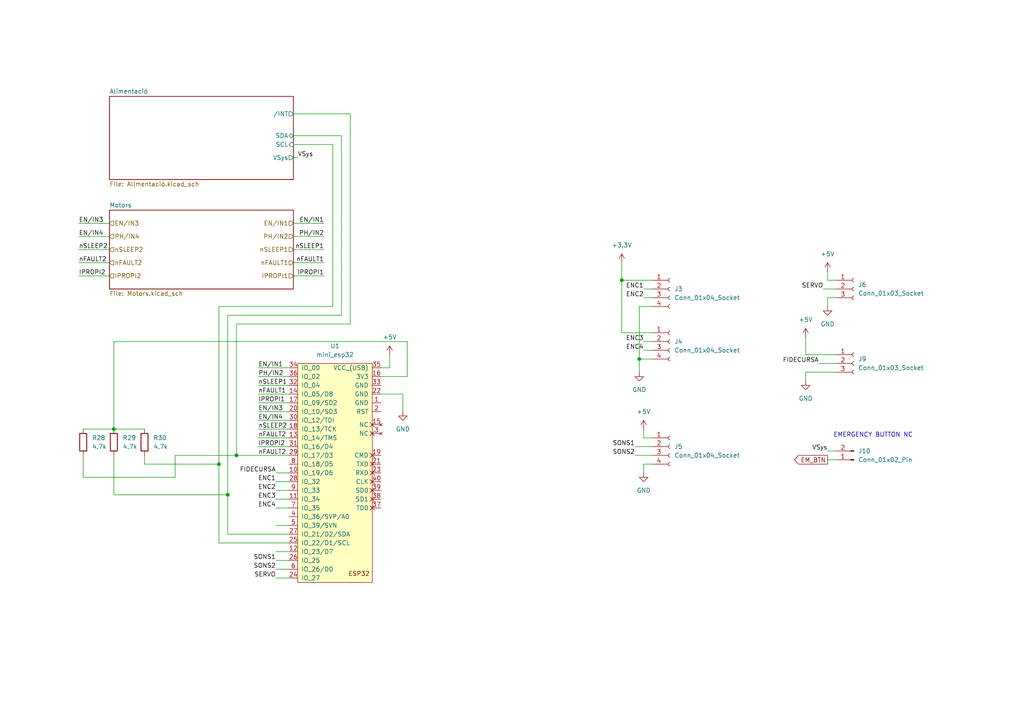
<source format=kicad_sch>
(kicad_sch (version 20231120) (generator "eeschema") (generator_version "8.0")
  (paper "A4")
  (lib_symbols
    (symbol "Connector:Conn_01x02_Pin" (pin_names (offset 1.016) hide)
      (property "Reference" "J" (at 0 2.54 0))
      (property "Value" "Conn_01x02_Pin" (at 0 -5.08 0))
      (symbol "Conn_01x02_Pin_1_1"
        (polyline (pts (xy 1.27 -2.54) (xy 0.8636 -2.54)) (stroke (width 0.1524)))
        (polyline (pts (xy 1.27 0) (xy 0.8636 0)) (stroke (width 0.1524)))
        (rectangle (start 0.8636 -2.413) (end 0 -2.667) (stroke (width 0.1524)) (fill (type outline)))
        (rectangle (start 0.8636 0.127) (end 0 -0.127) (stroke (width 0.1524)) (fill (type outline)))
        (pin passive line (at 5.08 0 180) (length 3.81) (name "Pin_1") (number "1"))
        (pin passive line (at 5.08 -2.54 180) (length 3.81) (name "Pin_2") (number "2"))
      )
    )
    (symbol "Connector:Conn_01x03_Socket" (pin_names (offset 1.016) hide)
      (property "Reference" "J" (at 0 5.08 0))
      (property "Value" "Conn_01x03_Socket" (at 0 -5.08 0))
      (symbol "Conn_01x03_Socket_1_1"
        (arc (start 0 -2.032) (mid -0.5058 -2.54) (end 0 -3.048) (stroke (width 0.1524)))
        (polyline (pts (xy -1.27 -2.54) (xy -0.508 -2.54)) (stroke (width 0.1524)))
        (polyline (pts (xy -1.27 0) (xy -0.508 0)) (stroke (width 0.1524)))
        (polyline (pts (xy -1.27 2.54) (xy -0.508 2.54)) (stroke (width 0.1524)))
        (arc (start 0 0.508) (mid -0.5058 0) (end 0 -0.508) (stroke (width 0.1524)))
        (arc (start 0 3.048) (mid -0.5058 2.54) (end 0 2.032) (stroke (width 0.1524)))
        (pin passive line (at -5.08 2.54 0) (length 3.81) (name "Pin_1") (number "1"))
        (pin passive line (at -5.08 0 0) (length 3.81) (name "Pin_2") (number "2"))
        (pin passive line (at -5.08 -2.54 0) (length 3.81) (name "Pin_3") (number "3"))
      )
    )
    (symbol "Connector:Conn_01x04_Socket" (pin_names (offset 1.016) hide)
      (property "Reference" "J" (at 0 5.08 0))
      (property "Value" "Conn_01x04_Socket" (at 0 -7.62 0))
      (symbol "Conn_01x04_Socket_1_1"
        (arc (start 0 -4.572) (mid -0.5058 -5.08) (end 0 -5.588) (stroke (width 0.1524)))
        (arc (start 0 -2.032) (mid -0.5058 -2.54) (end 0 -3.048) (stroke (width 0.1524)))
        (polyline (pts (xy -1.27 -5.08) (xy -0.508 -5.08)) (stroke (width 0.1524)))
        (polyline (pts (xy -1.27 -2.54) (xy -0.508 -2.54)) (stroke (width 0.1524)))
        (polyline (pts (xy -1.27 0) (xy -0.508 0)) (stroke (width 0.1524)))
        (polyline (pts (xy -1.27 2.54) (xy -0.508 2.54)) (stroke (width 0.1524)))
        (arc (start 0 0.508) (mid -0.5058 0) (end 0 -0.508) (stroke (width 0.1524)))
        (arc (start 0 3.048) (mid -0.5058 2.54) (end 0 2.032) (stroke (width 0.1524)))
        (pin passive line (at -5.08 2.54 0) (length 3.81) (name "Pin_1") (number "1"))
        (pin passive line (at -5.08 0 0) (length 3.81) (name "Pin_2") (number "2"))
        (pin passive line (at -5.08 -2.54 0) (length 3.81) (name "Pin_3") (number "3"))
        (pin passive line (at -5.08 -5.08 0) (length 3.81) (name "Pin_4") (number "4"))
      )
    )
    (symbol "Device:R" (pin_numbers hide) (pin_names (offset 0))
      (property "Reference" "R" (at 2.032 0 90))
      (property "Value" "R" (at 0 0 90))
      (symbol "R_0_1"
        (rectangle (start -1.016 -2.54) (end 1.016 2.54) (stroke (width 0.254)))
      )
      (symbol "R_1_1"
        (pin passive line (at 0 3.81 270) (length 1.27) (name "~") (number "1"))
        (pin passive line (at 0 -3.81 90) (length 1.27) (name "~") (number "2"))
      )
    )
    (symbol "ESP32_mini:mini_esp32" (pin_names (offset 1.016))
      (property "Reference" "U" (at -7.62 -50.8 0))
      (property "Value" "mini_esp32" (at 5.08 -59.69 0))
      (symbol "mini_esp32_0_0"
        (text "ESP32" (at 7.62 -62.23 0) (effects (font (size 1.27 1.27))))
        (pin power_in line (at 13.97 -12.7 180) (length 2.54) (name "GND") (number "1"))
        (pin input line (at 13.97 -15.24 180) (length 2.54) (name "RST") (number "2"))
        (pin no_connect non_logic (at 13.97 -21.59 180) (length 2.54) (name "NC") (number "3"))
        (pin bidirectional line (at -12.7 -45.72 0) (length 2.54) (name "IO_36/SVP/A0") (number "4"))
        (pin bidirectional line (at -12.7 -48.26 0) (length 2.54) (name "IO_39/SVN") (number "5"))
      )
      (symbol "mini_esp32_0_1"
        (rectangle (start -10.16 -1.27) (end 11.43 -64.77) (fill (type background)))
      )
      (symbol "mini_esp32_1_1"
        (pin bidirectional line (at -12.7 -33.02 0) (length 2.54) (name "IO_19/D6") (number "10"))
        (pin bidirectional line (at -12.7 -40.64 0) (length 2.54) (name "IO_34") (number "11"))
        (pin bidirectional line (at -12.7 -55.88 0) (length 2.54) (name "IO_23/D7") (number "12"))
        (pin bidirectional line (at -12.7 -22.86 0) (length 2.54) (name "IO_14/TMS") (number "13"))
        (pin bidirectional line (at -12.7 -10.16 0) (length 2.54) (name "IO_05/D8") (number "14"))
        (pin no_connect non_logic (at 13.97 -19.05 180) (length 2.54) (name "NC") (number "15"))
        (pin power_in line (at 13.97 -5.08 180) (length 2.54) (name "3V3") (number "16"))
        (pin bidirectional line (at -12.7 -12.7 0) (length 2.54) (name "IO_09/SD2") (number "17"))
        (pin bidirectional line (at -12.7 -20.32 0) (length 2.54) (name "IO_13/TCK") (number "18"))
        (pin passive non_logic (at 13.97 -27.94 180) (length 2.54) (name "CMD") (number "19"))
        (pin bidirectional line (at -12.7 -15.24 0) (length 2.54) (name "IO_10/SD3") (number "20"))
        (pin passive non_logic (at 13.97 -30.48 180) (length 2.54) (name "TXD") (number "21"))
        (pin power_in line (at 13.97 -10.16 180) (length 2.54) (name "GND") (number "22"))
        (pin passive non_logic (at 13.97 -33.02 180) (length 2.54) (name "RXD") (number "23"))
        (pin bidirectional line (at -12.7 -63.5 0) (length 2.54) (name "IO_27") (number "24"))
        (pin bidirectional line (at -12.7 -53.34 0) (length 2.54) (name "IO_22/D1/SCL") (number "25"))
        (pin bidirectional line (at -12.7 -58.42 0) (length 2.54) (name "IO_25") (number "26"))
        (pin bidirectional line (at -12.7 -50.8 0) (length 2.54) (name "IO_21/D2/SDA") (number "27"))
        (pin bidirectional line (at -12.7 -35.56 0) (length 2.54) (name "IO_32") (number "28"))
        (pin bidirectional line (at -12.7 -27.94 0) (length 2.54) (name "IO_17/D3") (number "29"))
        (pin bidirectional line (at -12.7 -17.78 0) (length 2.54) (name "IO_12/TDI") (number "30"))
        (pin bidirectional line (at -12.7 -25.4 0) (length 2.54) (name "IO_16/D4") (number "31"))
        (pin bidirectional line (at -12.7 -7.62 0) (length 2.54) (name "IO_04") (number "32"))
        (pin power_in line (at 13.97 -7.62 180) (length 2.54) (name "GND") (number "33"))
        (pin bidirectional line (at -12.7 -2.54 0) (length 2.54) (name "IO_00") (number "34"))
        (pin power_in line (at 13.97 -2.54 180) (length 2.54) (name "VCC_(USB)") (number "35"))
        (pin bidirectional line (at -12.7 -5.08 0) (length 2.54) (name "IO_02") (number "36"))
        (pin passive non_logic (at 13.97 -43.18 180) (length 2.54) (name "TD0") (number "37"))
        (pin passive non_logic (at 13.97 -40.64 180) (length 2.54) (name "SD1") (number "38"))
        (pin passive non_logic (at 13.97 -38.1 180) (length 2.54) (name "SD0") (number "39"))
        (pin passive non_logic (at 13.97 -35.56 180) (length 2.54) (name "CLK") (number "40"))
        (pin bidirectional line (at -12.7 -60.96 0) (length 2.54) (name "IO_26/D0") (number "6"))
        (pin bidirectional line (at -12.7 -43.18 0) (length 2.54) (name "IO_35") (number "7"))
        (pin bidirectional line (at -12.7 -30.48 0) (length 2.54) (name "IO_18/D5") (number "8"))
        (pin bidirectional line (at -12.7 -38.1 0) (length 2.54) (name "IO_33") (number "9"))
      )
    )
    (symbol "power:+3.3V" (power) (pin_numbers hide) (pin_names (offset 0) hide)
      (property "Value" "+3.3V" (at 0 3.556 0))
      (symbol "+3.3V_0_1"
        (polyline (pts (xy -0.762 1.27) (xy 0 2.54)))
        (polyline (pts (xy 0 0) (xy 0 2.54)))
        (polyline (pts (xy 0 2.54) (xy 0.762 1.27)))
      )
      (symbol "+3.3V_1_1"
        (pin power_in line (at 0 0 90) (length 0) (name "~") (number "1"))
      )
    )
    (symbol "power:+5V" (power) (pin_numbers hide) (pin_names (offset 0) hide)
      (property "Value" "+5V" (at 0 3.556 0))
      (symbol "+5V_0_1"
        (polyline (pts (xy -0.762 1.27) (xy 0 2.54)))
        (polyline (pts (xy 0 0) (xy 0 2.54)))
        (polyline (pts (xy 0 2.54) (xy 0.762 1.27)))
      )
      (symbol "+5V_1_1"
        (pin power_in line (at 0 0 90) (length 0) (name "~") (number "1"))
      )
    )
    (symbol "power:GND" (power) (pin_numbers hide) (pin_names (offset 0) hide)
      (property "Value" "GND" (at 0 -3.81 0))
      (symbol "GND_0_1"
        (polyline (pts (xy 0 0) (xy 0 -1.27) (xy 1.27 -1.27) (xy 0 -2.54) (xy -1.27 -1.27) (xy 0 -1.27)))
      )
      (symbol "GND_1_1"
        (pin power_in line (at 0 0 270) (length 0) (name "~") (number "1"))
      )
    )
  )
  (junction (at 185.42 104.14))
  (junction (at 68.58 132.08))
  (junction (at 180.34 81.28))
  (junction (at 66.04 143.51))
  (junction (at 63.5 134.62))
  (junction (at 33.02 124.46))
  (wire (pts (xy 74.93 111.76) (xy 83.82 111.76)))
  (wire (pts (xy 33.02 143.51) (xy 66.04 143.51)))
  (wire (pts (xy 189.23 134.62) (xy 186.69 134.62)))
  (wire (pts (xy 74.93 106.68) (xy 83.82 106.68)))
  (wire (pts (xy 74.93 116.84) (xy 83.82 116.84)))
  (wire (pts (xy 66.04 154.94) (xy 83.82 154.94)))
  (wire (pts (xy 93.98 68.58) (xy 85.09 68.58)))
  (wire (pts (xy 189.23 104.14) (xy 185.42 104.14)))
  (wire (pts (xy 68.58 132.08) (xy 83.82 132.08)))
  (wire (pts (xy 189.23 81.28) (xy 180.34 81.28)))
  (wire (pts (xy 186.69 101.6) (xy 189.23 101.6)))
  (wire (pts (xy 186.69 134.62) (xy 186.69 137.16)))
  (wire (pts (xy 74.93 124.46) (xy 83.82 124.46)))
  (wire (pts (xy 186.69 83.82) (xy 189.23 83.82)))
  (wire (pts (xy 238.76 83.82) (xy 242.57 83.82)))
  (wire (pts (xy 24.13 132.08) (xy 24.13 138.43)))
  (wire (pts (xy 101.6 93.98) (xy 68.58 93.98)))
  (wire (pts (xy 74.93 121.92) (xy 83.82 121.92)))
  (wire (pts (xy 80.01 165.1) (xy 83.82 165.1)))
  (wire (pts (xy 80.01 160.02) (xy 83.82 160.02)))
  (wire (pts (xy 74.93 114.3) (xy 83.82 114.3)))
  (wire (pts (xy 116.84 119.38) (xy 116.84 114.3)))
  (wire (pts (xy 240.03 133.35) (xy 242.57 133.35)))
  (wire (pts (xy 80.01 167.64) (xy 83.82 167.64)))
  (wire (pts (xy 80.01 139.7) (xy 83.82 139.7)))
  (wire (pts (xy 33.02 132.08) (xy 33.02 143.51)))
  (wire (pts (xy 96.52 88.9) (xy 96.52 41.91)))
  (wire (pts (xy 80.01 144.78) (xy 83.82 144.78)))
  (wire (pts (xy 66.04 91.44) (xy 66.04 143.51)))
  (wire (pts (xy 22.86 68.58) (xy 31.75 68.58)))
  (wire (pts (xy 85.09 39.37) (xy 99.06 39.37)))
  (wire (pts (xy 22.86 72.39) (xy 31.75 72.39)))
  (wire (pts (xy 33.02 99.06) (xy 33.02 124.46)))
  (wire (pts (xy 24.13 124.46) (xy 33.02 124.46)))
  (wire (pts (xy 50.8 138.43) (xy 50.8 132.08)))
  (wire (pts (xy 80.01 137.16) (xy 83.82 137.16)))
  (wire (pts (xy 96.52 41.91) (xy 85.09 41.91)))
  (wire (pts (xy 242.57 102.87) (xy 233.68 102.87)))
  (wire (pts (xy 74.93 127) (xy 83.82 127)))
  (wire (pts (xy 242.57 86.36) (xy 240.03 86.36)))
  (wire (pts (xy 184.15 132.08) (xy 189.23 132.08)))
  (wire (pts (xy 110.49 106.68) (xy 113.03 106.68)))
  (wire (pts (xy 99.06 91.44) (xy 66.04 91.44)))
  (wire (pts (xy 240.03 81.28) (xy 240.03 78.74)))
  (wire (pts (xy 185.42 88.9) (xy 185.42 104.14)))
  (wire (pts (xy 66.04 143.51) (xy 66.04 154.94)))
  (wire (pts (xy 74.93 129.54) (xy 83.82 129.54)))
  (wire (pts (xy 80.01 162.56) (xy 83.82 162.56)))
  (wire (pts (xy 189.23 88.9) (xy 185.42 88.9)))
  (wire (pts (xy 50.8 132.08) (xy 68.58 132.08)))
  (wire (pts (xy 68.58 93.98) (xy 68.58 132.08)))
  (wire (pts (xy 85.09 80.01) (xy 93.98 80.01)))
  (wire (pts (xy 240.03 130.81) (xy 242.57 130.81)))
  (wire (pts (xy 99.06 39.37) (xy 99.06 91.44)))
  (wire (pts (xy 116.84 114.3) (xy 110.49 114.3)))
  (wire (pts (xy 93.98 72.39) (xy 85.09 72.39)))
  (wire (pts (xy 118.11 99.06) (xy 33.02 99.06)))
  (wire (pts (xy 41.91 132.08) (xy 41.91 134.62)))
  (wire (pts (xy 184.15 129.54) (xy 189.23 129.54)))
  (wire (pts (xy 180.34 96.52) (xy 180.34 81.28)))
  (wire (pts (xy 101.6 33.02) (xy 101.6 93.98)))
  (wire (pts (xy 41.91 134.62) (xy 63.5 134.62)))
  (wire (pts (xy 80.01 142.24) (xy 83.82 142.24)))
  (wire (pts (xy 63.5 88.9) (xy 96.52 88.9)))
  (wire (pts (xy 24.13 138.43) (xy 50.8 138.43)))
  (wire (pts (xy 33.02 124.46) (xy 41.91 124.46)))
  (wire (pts (xy 93.98 64.77) (xy 85.09 64.77)))
  (wire (pts (xy 180.34 81.28) (xy 180.34 76.2)))
  (wire (pts (xy 22.86 80.01) (xy 31.75 80.01)))
  (wire (pts (xy 63.5 157.48) (xy 63.5 134.62)))
  (wire (pts (xy 80.01 147.32) (xy 83.82 147.32)))
  (wire (pts (xy 237.49 105.41) (xy 242.57 105.41)))
  (wire (pts (xy 118.11 109.22) (xy 118.11 99.06)))
  (wire (pts (xy 186.69 99.06) (xy 189.23 99.06)))
  (wire (pts (xy 233.68 107.95) (xy 233.68 110.49)))
  (wire (pts (xy 189.23 127) (xy 186.69 127)))
  (wire (pts (xy 110.49 109.22) (xy 118.11 109.22)))
  (wire (pts (xy 63.5 134.62) (xy 63.5 88.9)))
  (wire (pts (xy 22.86 76.2) (xy 31.75 76.2)))
  (wire (pts (xy 74.93 109.22) (xy 83.82 109.22)))
  (wire (pts (xy 189.23 96.52) (xy 180.34 96.52)))
  (wire (pts (xy 240.03 86.36) (xy 240.03 88.9)))
  (wire (pts (xy 63.5 157.48) (xy 83.82 157.48)))
  (wire (pts (xy 85.09 33.02) (xy 101.6 33.02)))
  (wire (pts (xy 242.57 107.95) (xy 233.68 107.95)))
  (wire (pts (xy 242.57 81.28) (xy 240.03 81.28)))
  (wire (pts (xy 85.09 76.2) (xy 93.98 76.2)))
  (wire (pts (xy 185.42 104.14) (xy 185.42 107.95)))
  (wire (pts (xy 113.03 106.68) (xy 113.03 102.87)))
  (wire (pts (xy 74.93 119.38) (xy 83.82 119.38)))
  (wire (pts (xy 186.69 86.36) (xy 189.23 86.36)))
  (wire (pts (xy 22.86 64.77) (xy 31.75 64.77)))
  (wire (pts (xy 186.69 127) (xy 186.69 124.46)))
  (wire (pts (xy 233.68 102.87) (xy 233.68 97.79)))
  (wire (pts (xy 80.01 152.4) (xy 83.82 152.4)))
  (wire (pts (xy 85.09 45.72) (xy 86.36 45.72)))
  (text "EMERGENCY BUTTON NC" (at 253.238 126.238 0) (effects (font (size 1.27 1.27))))
  (label "IPROPI2" (at 74.93 129.54 0))
  (label "ENC2" (at 80.01 142.24 180))
  (label "nFAULT2" (at 22.86 76.2 0))
  (label "SERVO" (at 80.01 167.64 180))
  (label "VSys" (at 86.36 45.72 0))
  (label "EN{slash}IN4" (at 74.93 121.92 0))
  (label "EN{slash}IN1" (at 74.93 106.68 0))
  (label "nSLEEP1" (at 93.98 72.39 180))
  (label "PH{slash}IN2" (at 93.98 68.58 180))
  (label "IPROPI1" (at 74.93 116.84 0))
  (label "PH{slash}IN2" (at 74.93 109.22 0))
  (label "ENC2" (at 186.69 86.36 180))
  (label "VSys" (at 240.03 130.81 180))
  (label "nFAULT2" (at 74.93 132.08 0))
  (label "SONS1" (at 184.15 129.54 180))
  (label "nFAULT1" (at 74.93 114.3 0))
  (label "FIDECURSA" (at 237.49 105.41 180))
  (label "ENC3" (at 80.01 144.78 180))
  (label "IPROPI2" (at 22.86 80.01 0))
  (label "IPROPI1" (at 93.98 80.01 180))
  (label "ENC1" (at 80.01 139.7 180))
  (label "ENC1" (at 186.69 83.82 180))
  (label "SONS2" (at 80.01 165.1 180))
  (label "SONS2" (at 184.15 132.08 180))
  (label "EN{slash}IN1" (at 93.98 64.77 180))
  (label "nFAULT2" (at 74.93 127 0))
  (label "FIDECURSA" (at 80.01 137.16 180))
  (label "nSLEEP2" (at 74.93 124.46 0))
  (label "nSLEEP1" (at 74.93 111.76 0))
  (label "nFAULT1" (at 93.98 76.2 180))
  (label "ENC3" (at 186.69 99.06 180))
  (label "EN{slash}IN3" (at 74.93 119.38 0))
  (label "nSLEEP2" (at 22.86 72.39 0))
  (label "ENC4" (at 186.69 101.6 180))
  (label "EN{slash}IN3" (at 22.86 64.77 0))
  (label "ENC4" (at 80.01 147.32 180))
  (label "EN{slash}IN4" (at 22.86 68.58 0))
  (label "SERVO" (at 238.76 83.82 180))
  (label "SONS1" (at 80.01 162.56 180))
  (global_label "EM_BTN" (shape output) (at 240.03 133.35 180) (property "Intersheetrefs" "${INTERSHEET_REFS}" (effects (hide yes))))
  (hierarchical_label "EN{slash}IN1" (shape input) (at 85.09 64.77 180))
  (hierarchical_label "nFAULT2" (shape input) (at 31.75 76.2 0))
  (hierarchical_label "PH{slash}IN4" (shape input) (at 31.75 68.58 0))
  (hierarchical_label "nFAULT1" (shape input) (at 85.09 76.2 180))
  (hierarchical_label "PH{slash}IN2" (shape input) (at 85.09 68.58 180))
  (hierarchical_label "nSLEEP1" (shape input) (at 85.09 72.39 180))
  (hierarchical_label "IPROPI2" (shape input) (at 31.75 80.01 0))
  (hierarchical_label "EN{slash}IN3" (shape input) (at 31.75 64.77 0))
  (hierarchical_label "nSLEEP2" (shape input) (at 31.75 72.39 0))
  (hierarchical_label "IPROPI1" (shape input) (at 85.09 80.01 180))
  (symbol (lib_id "Device:R") (at 24.13 128.27 180) (unit 1)
    (property "Reference" "R28" (at 26.67 126.9999 0) (effects (justify right)))
    (property "Value" "4.7k" (at 26.67 129.5399 0) (effects (justify right)))
    (property "Footprint" "Resistor_SMD:R_0603_1608Metric" (effects (hide yes)))
    (property "Description" "Resistor" (effects (hide yes)))
  )
  (symbol (lib_id "power:+5V") (at 113.03 102.87 0) (unit 1)
    (property "Reference" "#PWR060" (effects (hide yes)))
    (property "Value" "+5V" (at 113.03 97.79 0))
    (property "Description" "Power symbol creates a global label with name \"+5V\"" (effects (hide yes)))
  )
  (symbol (lib_id "power:GND") (at 186.69 137.16 0) (unit 1)
    (property "Reference" "#PWR046" (effects (hide yes)))
    (property "Value" "GND" (at 186.69 142.24 0))
    (property "Description" "Power symbol creates a global label with name \"GND\" , ground" (effects (hide yes)))
  )
  (symbol (lib_id "Connector:Conn_01x03_Socket") (at 247.65 105.41 0) (unit 1)
    (property "Reference" "J9" (at 248.92 104.1399 0) (effects (justify left)))
    (property "Value" "Conn_01x03_Socket" (at 248.92 106.6799 0) (effects (justify left)))
    (property "Footprint" "Connector_JST:JST_PH_B3B-PH-K_1x03_P2.00mm_Vertical" (effects (hide yes)))
    (property "Description" "Generic connector, single row, 01x03, script generated" (effects (hide yes)))
  )
  (symbol (lib_id "power:GND") (at 233.68 110.49 0) (unit 1)
    (property "Reference" "#PWR021" (effects (hide yes)))
    (property "Value" "GND" (at 233.68 115.57 0))
    (property "Description" "Power symbol creates a global label with name \"GND\" , ground" (effects (hide yes)))
  )
  (symbol (lib_id "Device:R") (at 33.02 128.27 180) (unit 1)
    (property "Reference" "R29" (at 35.56 126.9999 0) (effects (justify right)))
    (property "Value" "4.7k" (at 35.56 129.5399 0) (effects (justify right)))
    (property "Footprint" "Resistor_SMD:R_0603_1608Metric" (effects (hide yes)))
    (property "Description" "Resistor" (effects (hide yes)))
  )
  (symbol (lib_id "power:+5V") (at 233.68 97.79 0) (unit 1)
    (property "Reference" "#PWR020" (effects (hide yes)))
    (property "Value" "+5V" (at 233.68 92.71 0))
    (property "Description" "Power symbol creates a global label with name \"+5V\"" (effects (hide yes)))
  )
  (symbol (lib_id "ESP32_mini:mini_esp32") (at 96.52 104.14 0) (unit 1)
    (property "Reference" "U1" (at 97.155 100.33 0))
    (property "Value" "mini_esp32" (at 97.155 102.87 0))
    (property "Footprint" "ESP32_mini:ESP32_mini" (effects (hide yes)))
  )
  (symbol (lib_id "power:+3.3V") (at 180.34 76.2 0) (unit 1)
    (property "Reference" "#PWR045" (effects (hide yes)))
    (property "Value" "+3.3V" (at 180.34 71.12 0))
    (property "Description" "Power symbol creates a global label with name \"+3.3V\"" (effects (hide yes)))
  )
  (symbol (lib_id "Connector:Conn_01x04_Socket") (at 194.31 129.54 0) (unit 1)
    (property "Reference" "J5" (at 195.58 129.5399 0) (effects (justify left)))
    (property "Value" "Conn_01x04_Socket" (at 195.58 132.0799 0) (effects (justify left)))
    (property "Footprint" "Connector_JST:JST_PH_B4B-PH-K_1x04_P2.00mm_Vertical" (effects (hide yes)))
    (property "Description" "Generic connector, single row, 01x04, script generated" (effects (hide yes)))
  )
  (symbol (lib_id "Connector:Conn_01x04_Socket") (at 194.31 99.06 0) (unit 1)
    (property "Reference" "J4" (at 195.58 99.0599 0) (effects (justify left)))
    (property "Value" "Conn_01x04_Socket" (at 195.58 101.5999 0) (effects (justify left)))
    (property "Footprint" "Connector_JST:JST_PH_B4B-PH-K_1x04_P2.00mm_Vertical" (effects (hide yes)))
    (property "Description" "Generic connector, single row, 01x04, script generated" (effects (hide yes)))
  )
  (symbol (lib_id "Device:R") (at 41.91 128.27 180) (unit 1)
    (property "Reference" "R30" (at 44.45 126.9999 0) (effects (justify right)))
    (property "Value" "4.7k" (at 44.45 129.5399 0) (effects (justify right)))
    (property "Footprint" "Resistor_SMD:R_0603_1608Metric" (effects (hide yes)))
    (property "Description" "Resistor" (effects (hide yes)))
  )
  (symbol (lib_id "Connector:Conn_01x02_Pin") (at 247.65 133.35 180) (unit 1)
    (property "Reference" "J10" (at 248.92 130.8099 0) (effects (justify right)))
    (property "Value" "Conn_01x02_Pin" (at 248.92 133.3499 0) (effects (justify right)))
    (property "Footprint" "Connector_JST:JST_PH_B2B-PH-K_1x02_P2.00mm_Vertical" (effects (hide yes)))
    (property "Description" "Generic connector, single row, 01x02, script generated" (effects (hide yes)))
  )
  (symbol (lib_id "power:+5V") (at 240.03 78.74 0) (unit 1)
    (property "Reference" "#PWR048" (effects (hide yes)))
    (property "Value" "+5V" (at 240.03 73.66 0))
    (property "Description" "Power symbol creates a global label with name \"+5V\"" (effects (hide yes)))
  )
  (symbol (lib_id "power:GND") (at 116.84 119.38 0) (unit 1)
    (property "Reference" "#PWR059" (effects (hide yes)))
    (property "Value" "GND" (at 116.84 124.46 0))
    (property "Description" "Power symbol creates a global label with name \"GND\" , ground" (effects (hide yes)))
  )
  (symbol (lib_id "power:+5V") (at 186.69 124.46 0) (unit 1)
    (property "Reference" "#PWR047" (effects (hide yes)))
    (property "Value" "+5V" (at 186.69 119.38 0))
    (property "Description" "Power symbol creates a global label with name \"+5V\"" (effects (hide yes)))
  )
  (symbol (lib_id "power:GND") (at 185.42 107.95 0) (unit 1)
    (property "Reference" "#PWR044" (effects (hide yes)))
    (property "Value" "GND" (at 185.42 113.03 0))
    (property "Description" "Power symbol creates a global label with name \"GND\" , ground" (effects (hide yes)))
  )
  (symbol (lib_id "Connector:Conn_01x04_Socket") (at 194.31 83.82 0) (unit 1)
    (property "Reference" "J3" (at 195.58 83.8199 0) (effects (justify left)))
    (property "Value" "Conn_01x04_Socket" (at 195.58 86.3599 0) (effects (justify left)))
    (property "Footprint" "Connector_JST:JST_PH_B4B-PH-K_1x04_P2.00mm_Vertical" (effects (hide yes)))
    (property "Description" "Generic connector, single row, 01x04, script generated" (effects (hide yes)))
  )
  (symbol (lib_id "power:GND") (at 240.03 88.9 0) (unit 1)
    (property "Reference" "#PWR049" (effects (hide yes)))
    (property "Value" "GND" (at 240.03 93.98 0))
    (property "Description" "Power symbol creates a global label with name \"GND\" , ground" (effects (hide yes)))
  )
  (symbol (lib_id "Connector:Conn_01x03_Socket") (at 247.65 83.82 0) (unit 1)
    (property "Reference" "J6" (at 248.92 82.5499 0) (effects (justify left)))
    (property "Value" "Conn_01x03_Socket" (at 248.92 85.0899 0) (effects (justify left)))
    (property "Footprint" "Connector_JST:JST_PH_B3B-PH-K_1x03_P2.00mm_Vertical" (effects (hide yes)))
    (property "Description" "Generic connector, single row, 01x03, script generated" (effects (hide yes)))
  )
  (sheet (at 31.75 27.94) (size 53.34 24.13) (stroke (width 0.1524))
    (property "Sheetname" "Alimentació" (at 31.75 27.2284 0) (effects (justify left bottom)))
    (property "Sheetfile" "Alimentació.kicad_sch" (at 31.75 52.6546 0) (effects (justify left top)))
    (pin "{slash}INT" output (at 85.09 33.02 0))
    (pin "SDA" bidirectional (at 85.09 39.37 0))
    (pin "SCL" input (at 85.09 41.91 0))
    (pin "VSys" output (at 85.09 45.72 0))
  )
  (sheet (at 31.75 60.96) (size 53.34 22.86) (stroke (width 0.1524))
    (property "Sheetname" "Motors" (at 31.75 60.2484 0) (effects (justify left bottom)))
    (property "Sheetfile" "Motors.kicad_sch" (at 31.75 84.4046 0) (effects (justify left top)))
  )
)
</source>
